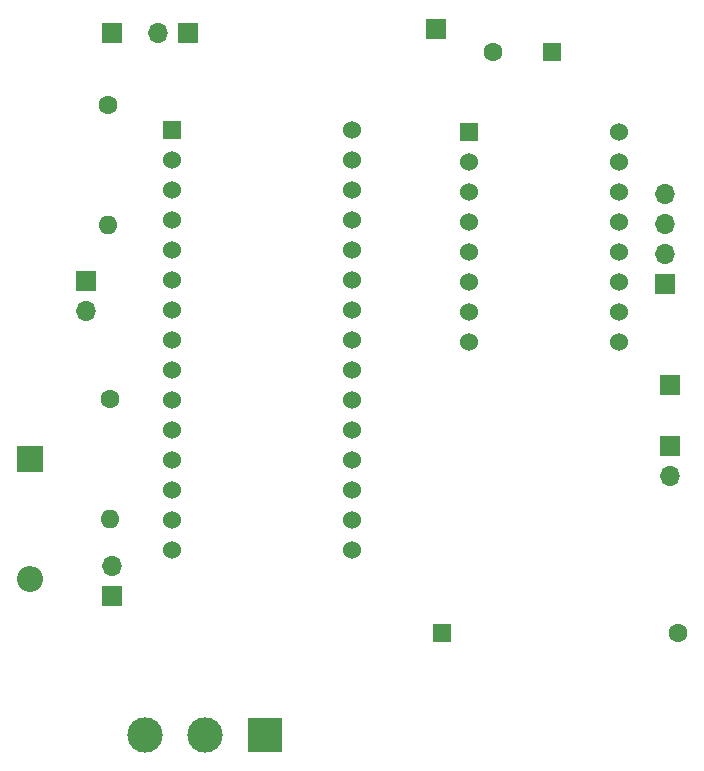
<source format=gbl>
G04 #@! TF.GenerationSoftware,KiCad,Pcbnew,7.0.1*
G04 #@! TF.CreationDate,2023-04-17T10:16:54+08:00*
G04 #@! TF.ProjectId,PCB v2,50434220-7632-42e6-9b69-6361645f7063,rev?*
G04 #@! TF.SameCoordinates,Original*
G04 #@! TF.FileFunction,Copper,L2,Bot*
G04 #@! TF.FilePolarity,Positive*
%FSLAX46Y46*%
G04 Gerber Fmt 4.6, Leading zero omitted, Abs format (unit mm)*
G04 Created by KiCad (PCBNEW 7.0.1) date 2023-04-17 10:16:54*
%MOMM*%
%LPD*%
G01*
G04 APERTURE LIST*
G04 #@! TA.AperFunction,ComponentPad*
%ADD10R,1.700000X1.700000*%
G04 #@! TD*
G04 #@! TA.AperFunction,ComponentPad*
%ADD11O,1.700000X1.700000*%
G04 #@! TD*
G04 #@! TA.AperFunction,ComponentPad*
%ADD12R,1.600000X1.600000*%
G04 #@! TD*
G04 #@! TA.AperFunction,ComponentPad*
%ADD13C,1.600000*%
G04 #@! TD*
G04 #@! TA.AperFunction,ComponentPad*
%ADD14R,1.530000X1.530000*%
G04 #@! TD*
G04 #@! TA.AperFunction,ComponentPad*
%ADD15C,1.530000*%
G04 #@! TD*
G04 #@! TA.AperFunction,ComponentPad*
%ADD16O,1.600000X1.600000*%
G04 #@! TD*
G04 #@! TA.AperFunction,ComponentPad*
%ADD17R,3.000000X3.000000*%
G04 #@! TD*
G04 #@! TA.AperFunction,ComponentPad*
%ADD18C,3.000000*%
G04 #@! TD*
G04 #@! TA.AperFunction,ComponentPad*
%ADD19R,2.200000X2.200000*%
G04 #@! TD*
G04 #@! TA.AperFunction,ComponentPad*
%ADD20O,2.200000X2.200000*%
G04 #@! TD*
G04 #@! TA.AperFunction,ComponentPad*
%ADD21R,1.524000X1.524000*%
G04 #@! TD*
G04 #@! TA.AperFunction,ComponentPad*
%ADD22C,1.524000*%
G04 #@! TD*
G04 APERTURE END LIST*
D10*
X141600000Y-32800000D03*
X161425000Y-68150000D03*
D11*
X161425000Y-70690000D03*
D12*
X151402651Y-34800000D03*
D13*
X146402651Y-34800000D03*
D10*
X114175000Y-80850000D03*
D11*
X114175000Y-78310000D03*
D14*
X144400000Y-41560000D03*
D15*
X144400000Y-44100000D03*
X144400000Y-46640000D03*
X144400000Y-49180000D03*
X144400000Y-51720000D03*
X144400000Y-54260000D03*
X144400000Y-56800000D03*
X144400000Y-59340000D03*
X157100000Y-59340000D03*
X157100000Y-56800000D03*
X157100000Y-54260000D03*
X157100000Y-51720000D03*
X157100000Y-49180000D03*
X157100000Y-46640000D03*
X157100000Y-44100000D03*
X157100000Y-41560000D03*
D10*
X112000000Y-54200000D03*
D11*
X112000000Y-56740000D03*
D13*
X113800000Y-39240000D03*
D16*
X113800000Y-49400000D03*
D17*
X127080000Y-92600000D03*
D18*
X122000000Y-92600000D03*
X116920000Y-92600000D03*
D10*
X114200000Y-33200000D03*
X120600000Y-33200000D03*
D11*
X118060000Y-33200000D03*
D12*
X142100000Y-84000000D03*
D13*
X162100000Y-84000000D03*
X114000000Y-64120000D03*
D16*
X114000000Y-74280000D03*
D10*
X160975000Y-54400000D03*
D11*
X160975000Y-51860000D03*
X160975000Y-49320000D03*
X160975000Y-46780000D03*
D19*
X107200000Y-69200000D03*
D20*
X107200000Y-79360000D03*
D10*
X161400000Y-63000000D03*
D21*
X119250000Y-41420000D03*
D22*
X119250000Y-43960000D03*
X119250000Y-46500000D03*
X119250000Y-49040000D03*
X119250000Y-51580000D03*
X119250000Y-54120000D03*
X119250000Y-56660000D03*
X119250000Y-59200000D03*
X119250000Y-61740000D03*
X119250000Y-64280000D03*
X119250000Y-66820000D03*
X119250000Y-69360000D03*
X119250000Y-71900000D03*
X119250000Y-74440000D03*
X119250000Y-76980000D03*
X134490000Y-76980000D03*
X134490000Y-74440000D03*
X134490000Y-71900000D03*
X134490000Y-69360000D03*
X134490000Y-66820000D03*
X134490000Y-64280000D03*
X134490000Y-61740000D03*
X134490000Y-59200000D03*
X134490000Y-56660000D03*
X134490000Y-54120000D03*
X134490000Y-51580000D03*
X134490000Y-49040000D03*
X134490000Y-46500000D03*
X134490000Y-43960000D03*
X134490000Y-41420000D03*
M02*

</source>
